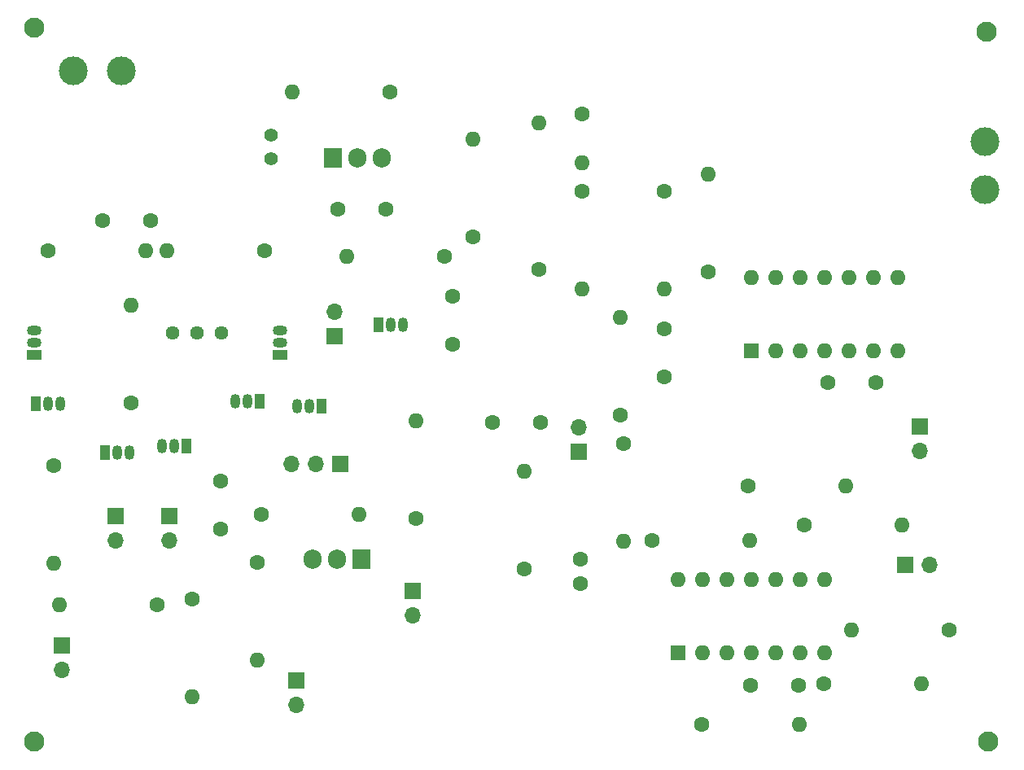
<source format=gbr>
%TF.GenerationSoftware,KiCad,Pcbnew,8.0.3*%
%TF.CreationDate,2024-10-03T16:42:38-03:00*%
%TF.ProjectId,check_point_1,63686563-6b5f-4706-9f69-6e745f312e6b,rev?*%
%TF.SameCoordinates,Original*%
%TF.FileFunction,Soldermask,Bot*%
%TF.FilePolarity,Negative*%
%FSLAX46Y46*%
G04 Gerber Fmt 4.6, Leading zero omitted, Abs format (unit mm)*
G04 Created by KiCad (PCBNEW 8.0.3) date 2024-10-03 16:42:38*
%MOMM*%
%LPD*%
G01*
G04 APERTURE LIST*
%ADD10R,1.700000X1.700000*%
%ADD11O,1.700000X1.700000*%
%ADD12R,1.050000X1.500000*%
%ADD13O,1.050000X1.500000*%
%ADD14C,1.600000*%
%ADD15O,1.600000X1.600000*%
%ADD16R,1.905000X2.000000*%
%ADD17O,1.905000X2.000000*%
%ADD18R,1.600000X1.600000*%
%ADD19R,1.500000X1.050000*%
%ADD20O,1.500000X1.050000*%
%ADD21C,3.000000*%
%ADD22C,2.100000*%
%ADD23C,1.440000*%
%ADD24C,1.400000*%
G04 APERTURE END LIST*
D10*
%TO.C,JP3*%
X57380000Y-122100000D03*
D11*
X57380000Y-124640000D03*
%TD*%
D10*
%TO.C,JP4*%
X33040000Y-118500000D03*
D11*
X33040000Y-121040000D03*
%TD*%
D12*
%TO.C,Q6*%
X37490000Y-98410000D03*
D13*
X38760000Y-98410000D03*
X40030000Y-98410000D03*
%TD*%
D10*
%TO.C,JP7*%
X86750000Y-98275000D03*
D11*
X86750000Y-95735000D03*
%TD*%
D14*
%TO.C,Rs2*%
X91150000Y-94510000D03*
D15*
X91150000Y-84350000D03*
%TD*%
D14*
%TO.C,Rc_2*%
X72850000Y-78000000D03*
D15*
X62690000Y-78000000D03*
%TD*%
D14*
%TO.C,C1*%
X104690000Y-122580000D03*
X109690000Y-122580000D03*
%TD*%
D10*
%TO.C,BT3*%
X44170000Y-105030000D03*
D11*
X44170000Y-107570000D03*
%TD*%
D14*
%TO.C,Rc_1*%
X67120000Y-60880000D03*
D15*
X56960000Y-60880000D03*
%TD*%
D12*
%TO.C,Q1*%
X30340000Y-93310000D03*
D13*
X31610000Y-93310000D03*
X32880000Y-93310000D03*
%TD*%
D12*
%TO.C,Q9*%
X65940000Y-85110000D03*
D13*
X67210000Y-85110000D03*
X68480000Y-85110000D03*
%TD*%
D16*
%TO.C,Q7*%
X61180000Y-67780000D03*
D17*
X63720000Y-67780000D03*
X66260000Y-67780000D03*
%TD*%
D14*
%TO.C,R22*%
X91450000Y-97440000D03*
D15*
X91450000Y-107600000D03*
%TD*%
D14*
%TO.C,R14*%
X99610000Y-126670000D03*
D15*
X109770000Y-126670000D03*
%TD*%
D10*
%TO.C,BT2*%
X69530000Y-112800000D03*
D11*
X69530000Y-115340000D03*
%TD*%
D14*
%TO.C,C4*%
X61760000Y-73100000D03*
X66760000Y-73100000D03*
%TD*%
%TO.C,C10*%
X86920000Y-109510000D03*
X86920000Y-112010000D03*
%TD*%
%TO.C,C5*%
X82810000Y-95260000D03*
X77810000Y-95260000D03*
%TD*%
D10*
%TO.C,BT4*%
X122250000Y-95660000D03*
D11*
X122250000Y-98200000D03*
%TD*%
D10*
%TO.C,JP5*%
X120745000Y-110060000D03*
D11*
X123285000Y-110060000D03*
%TD*%
D12*
%TO.C,Q2*%
X53630000Y-93040000D03*
D13*
X52360000Y-93040000D03*
X51090000Y-93040000D03*
%TD*%
D14*
%TO.C,R6*%
X95650000Y-71240000D03*
D15*
X95650000Y-81400000D03*
%TD*%
D18*
%TO.C,U2*%
X104770000Y-87820000D03*
D15*
X107310000Y-87820000D03*
X109850000Y-87820000D03*
X112390000Y-87820000D03*
X114930000Y-87820000D03*
X117470000Y-87820000D03*
X120010000Y-87820000D03*
X120010000Y-80200000D03*
X117470000Y-80200000D03*
X114930000Y-80200000D03*
X112390000Y-80200000D03*
X109850000Y-80200000D03*
X107310000Y-80200000D03*
X104770000Y-80200000D03*
%TD*%
D14*
%TO.C,R5*%
X87150000Y-71190000D03*
D15*
X87150000Y-81350000D03*
%TD*%
D14*
%TO.C,Rf_1*%
X82610000Y-79340000D03*
D15*
X82610000Y-64100000D03*
%TD*%
D19*
%TO.C,Q4*%
X55740000Y-88250000D03*
D20*
X55740000Y-86980000D03*
X55740000Y-85710000D03*
%TD*%
D14*
%TO.C,C6*%
X73640000Y-82130000D03*
X73640000Y-87130000D03*
%TD*%
D18*
%TO.C,U1*%
X97140000Y-119190000D03*
D15*
X99680000Y-119190000D03*
X102220000Y-119190000D03*
X104760000Y-119190000D03*
X107300000Y-119190000D03*
X109840000Y-119190000D03*
X112380000Y-119190000D03*
X112380000Y-111570000D03*
X109840000Y-111570000D03*
X107300000Y-111570000D03*
X104760000Y-111570000D03*
X102220000Y-111570000D03*
X99680000Y-111570000D03*
X97140000Y-111570000D03*
%TD*%
D14*
%TO.C,R12*%
X42920000Y-114230000D03*
D15*
X32760000Y-114230000D03*
%TD*%
D21*
%TO.C,BT1*%
X39240000Y-58730000D03*
X34240000Y-58730000D03*
%TD*%
D14*
%TO.C,R1_pd1*%
X31590000Y-77410000D03*
D15*
X41750000Y-77410000D03*
%TD*%
D22*
%TO.C,H1*%
X30180000Y-54240000D03*
%TD*%
D12*
%TO.C,Q8*%
X60000000Y-93550000D03*
D13*
X58730000Y-93550000D03*
X57460000Y-93550000D03*
%TD*%
D14*
%TO.C,Rs3*%
X87150000Y-63190000D03*
D15*
X87150000Y-68270000D03*
%TD*%
D14*
%TO.C,C7*%
X42260000Y-74270000D03*
X37260000Y-74270000D03*
%TD*%
%TO.C,R3*%
X81160000Y-110490000D03*
D15*
X81160000Y-100330000D03*
%TD*%
D14*
%TO.C,Rs1*%
X100250000Y-79620000D03*
D15*
X100250000Y-69460000D03*
%TD*%
D22*
%TO.C,H2*%
X30180000Y-128460000D03*
%TD*%
D19*
%TO.C,Q3*%
X30180000Y-88250000D03*
D20*
X30180000Y-86980000D03*
X30180000Y-85710000D03*
%TD*%
D14*
%TO.C,Rf2*%
X69860000Y-105270000D03*
D15*
X69860000Y-95110000D03*
%TD*%
D14*
%TO.C,C9*%
X95650000Y-85520000D03*
X95650000Y-90520000D03*
%TD*%
D22*
%TO.C,H3*%
X129350000Y-128460000D03*
%TD*%
D14*
%TO.C,R21*%
X94390000Y-107550000D03*
D15*
X104550000Y-107550000D03*
%TD*%
D14*
%TO.C,Rf1*%
X53800000Y-104840000D03*
D15*
X63960000Y-104840000D03*
%TD*%
D14*
%TO.C,Rt_f1*%
X75770000Y-76000000D03*
D15*
X75770000Y-65840000D03*
%TD*%
D16*
%TO.C,Q10*%
X64160000Y-109500000D03*
D17*
X61620000Y-109500000D03*
X59080000Y-109500000D03*
%TD*%
D14*
%TO.C,R11*%
X46570000Y-113620000D03*
D15*
X46570000Y-123780000D03*
%TD*%
D21*
%TO.C,RLoad1*%
X129060000Y-71050000D03*
X129060000Y-66050000D03*
%TD*%
D14*
%TO.C,C2*%
X112720000Y-91100000D03*
X117720000Y-91100000D03*
%TD*%
D23*
%TO.C,RV1*%
X49640000Y-85950000D03*
X47100000Y-85950000D03*
X44560000Y-85950000D03*
%TD*%
D14*
%TO.C,R_FES1*%
X40260000Y-93220000D03*
D15*
X40260000Y-83060000D03*
%TD*%
D14*
%TO.C,R9*%
X32180000Y-99760000D03*
D15*
X32180000Y-109920000D03*
%TD*%
D14*
%TO.C,R13*%
X112270000Y-122470000D03*
D15*
X122430000Y-122470000D03*
%TD*%
D22*
%TO.C,H4*%
X129250000Y-54620000D03*
%TD*%
D14*
%TO.C,C8*%
X49570000Y-106340000D03*
X49570000Y-101340000D03*
%TD*%
D24*
%TO.C,C3*%
X54810000Y-67870000D03*
X54810000Y-65370000D03*
%TD*%
D14*
%TO.C,R15*%
X104410000Y-101880000D03*
D15*
X114570000Y-101880000D03*
%TD*%
D12*
%TO.C,Q5*%
X45970000Y-97740000D03*
D13*
X44700000Y-97740000D03*
X43430000Y-97740000D03*
%TD*%
D14*
%TO.C,R16*%
X110270000Y-105930000D03*
D15*
X120430000Y-105930000D03*
%TD*%
D14*
%TO.C,R10*%
X53370000Y-109870000D03*
D15*
X53370000Y-120030000D03*
%TD*%
D10*
%TO.C,JP6*%
X38640000Y-105035000D03*
D11*
X38640000Y-107575000D03*
%TD*%
D10*
%TO.C,JP2*%
X61380000Y-86295000D03*
D11*
X61380000Y-83755000D03*
%TD*%
D14*
%TO.C,R23*%
X125280000Y-116880000D03*
D15*
X115120000Y-116880000D03*
%TD*%
D14*
%TO.C,R2_pd1*%
X54090000Y-77410000D03*
D15*
X43930000Y-77410000D03*
%TD*%
D10*
%TO.C,JP1*%
X62000000Y-99590000D03*
D11*
X59460000Y-99590000D03*
X56920000Y-99590000D03*
%TD*%
M02*

</source>
